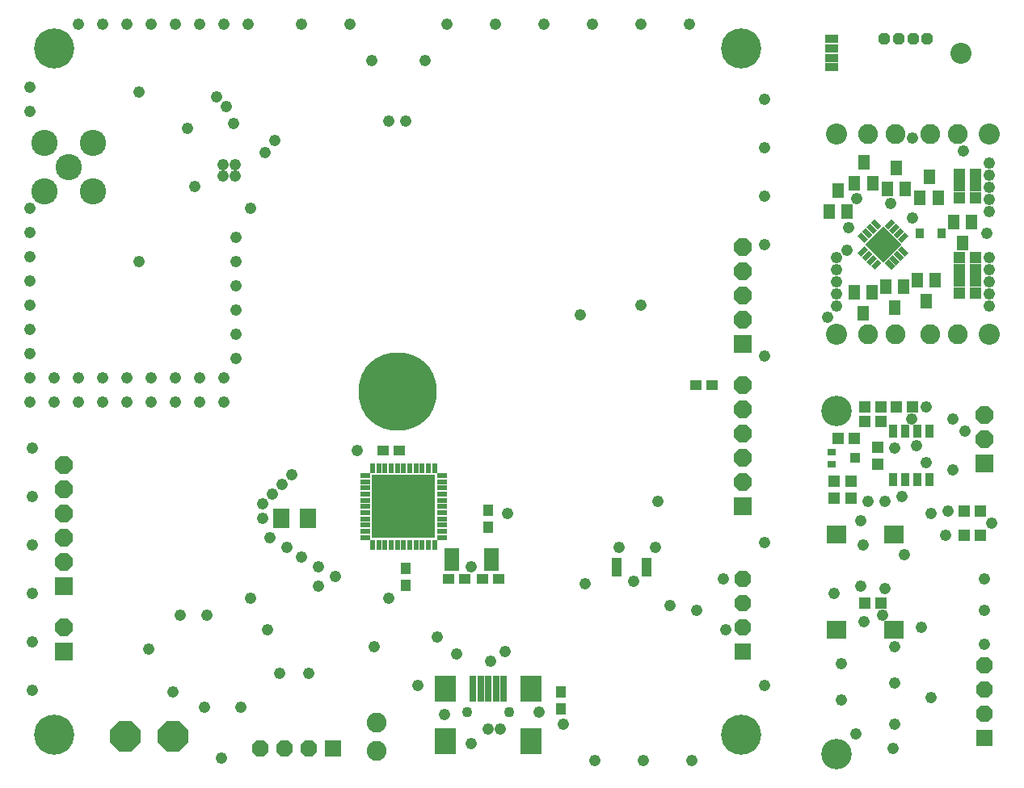
<source format=gbs>
G75*
G70*
%OFA0B0*%
%FSLAX24Y24*%
%IPPOS*%
%LPD*%
%AMOC8*
5,1,8,0,0,1.08239X$1,22.5*
%
%ADD10C,0.0867*%
%ADD11C,0.1261*%
%ADD12C,0.1655*%
%ADD13C,0.3230*%
%ADD14C,0.0820*%
%ADD15R,0.0395X0.0218*%
%ADD16R,0.1064X0.1064*%
%ADD17R,0.0474X0.0631*%
%ADD18R,0.0513X0.0474*%
%ADD19R,0.0328X0.0407*%
%ADD20C,0.0480*%
%ADD21R,0.0580X0.0340*%
%ADD22R,0.0789X0.0769*%
%ADD23R,0.0330X0.0580*%
%ADD24R,0.0474X0.0513*%
%ADD25R,0.0434X0.0434*%
%ADD26R,0.0356X0.0316*%
%ADD27R,0.0740X0.0740*%
%ADD28OC8,0.0740*%
%ADD29R,0.0674X0.0674*%
%ADD30OC8,0.0674*%
%ADD31R,0.0218X0.0395*%
%ADD32R,0.2639X0.2639*%
%ADD33R,0.0592X0.0946*%
%ADD34R,0.0474X0.0395*%
%ADD35R,0.0395X0.0474*%
%ADD36R,0.0710X0.0789*%
%ADD37R,0.0277X0.1064*%
%ADD38R,0.0867X0.1064*%
%ADD39C,0.0434*%
%ADD40OC8,0.1261*%
%ADD41R,0.0395X0.0198*%
%ADD42C,0.1080*%
%ADD43C,0.0476*%
%ADD44OC8,0.0476*%
D10*
X034008Y018260D03*
X040307Y018260D03*
X040307Y026528D03*
X039126Y029874D03*
X034008Y026528D03*
D11*
X034008Y015111D03*
X034008Y000937D03*
D12*
X001725Y001725D03*
X030071Y001725D03*
X030071Y030071D03*
X001725Y030071D03*
D13*
X015898Y015898D03*
D14*
X015050Y002220D03*
X015050Y001080D03*
X035300Y018260D03*
X036440Y018260D03*
X037875Y018260D03*
X039015Y018260D03*
X039015Y026528D03*
X037875Y026528D03*
X036440Y026528D03*
X035300Y026528D03*
D15*
G36*
X035581Y023018D02*
X035859Y022740D01*
X035705Y022586D01*
X035427Y022864D01*
X035581Y023018D01*
G37*
G36*
X035400Y022837D02*
X035678Y022559D01*
X035524Y022405D01*
X035246Y022683D01*
X035400Y022837D01*
G37*
G36*
X035219Y022656D02*
X035497Y022378D01*
X035343Y022224D01*
X035065Y022502D01*
X035219Y022656D01*
G37*
G36*
X035038Y022475D02*
X035316Y022197D01*
X035162Y022043D01*
X034884Y022321D01*
X035038Y022475D01*
G37*
G36*
X034884Y021626D02*
X035162Y021904D01*
X035316Y021750D01*
X035038Y021472D01*
X034884Y021626D01*
G37*
G36*
X035065Y021445D02*
X035343Y021723D01*
X035497Y021569D01*
X035219Y021291D01*
X035065Y021445D01*
G37*
G36*
X035246Y021264D02*
X035524Y021542D01*
X035678Y021388D01*
X035400Y021110D01*
X035246Y021264D01*
G37*
G36*
X035427Y021083D02*
X035705Y021361D01*
X035859Y021207D01*
X035581Y020929D01*
X035427Y021083D01*
G37*
G36*
X036151Y021361D02*
X036429Y021083D01*
X036275Y020929D01*
X035997Y021207D01*
X036151Y021361D01*
G37*
G36*
X036332Y021542D02*
X036610Y021264D01*
X036456Y021110D01*
X036178Y021388D01*
X036332Y021542D01*
G37*
G36*
X036513Y021723D02*
X036791Y021445D01*
X036637Y021291D01*
X036359Y021569D01*
X036513Y021723D01*
G37*
G36*
X036694Y021904D02*
X036972Y021626D01*
X036818Y021472D01*
X036540Y021750D01*
X036694Y021904D01*
G37*
G36*
X036540Y022197D02*
X036818Y022475D01*
X036972Y022321D01*
X036694Y022043D01*
X036540Y022197D01*
G37*
G36*
X036359Y022378D02*
X036637Y022656D01*
X036791Y022502D01*
X036513Y022224D01*
X036359Y022378D01*
G37*
G36*
X036178Y022559D02*
X036456Y022837D01*
X036610Y022683D01*
X036332Y022405D01*
X036178Y022559D01*
G37*
G36*
X035997Y022740D02*
X036275Y023018D01*
X036429Y022864D01*
X036151Y022586D01*
X035997Y022740D01*
G37*
X017725Y012430D03*
X017725Y012174D03*
X017725Y011918D03*
X017725Y011662D03*
X017725Y011406D03*
X017725Y011150D03*
X017725Y010894D03*
X017725Y010638D03*
X017725Y010382D03*
X017725Y010126D03*
X017725Y009870D03*
X014575Y009870D03*
X014575Y010126D03*
X014575Y010382D03*
X014575Y010638D03*
X014575Y010894D03*
X014575Y011150D03*
X014575Y011406D03*
X014575Y011662D03*
X014575Y011918D03*
X014575Y012174D03*
X014575Y012430D03*
D16*
G36*
X035176Y021974D02*
X035928Y022726D01*
X036680Y021974D01*
X035928Y021222D01*
X035176Y021974D01*
G37*
D17*
X034454Y023348D03*
X033706Y023348D03*
X034080Y024215D03*
X034756Y024501D03*
X035504Y024501D03*
X036106Y024251D03*
X036854Y024251D03*
X037456Y023900D03*
X038204Y023900D03*
X037830Y024767D03*
X036480Y025117D03*
X035130Y025367D03*
X038836Y022896D03*
X039584Y022896D03*
X039210Y022030D03*
X038084Y020496D03*
X037336Y020496D03*
X036784Y020246D03*
X036036Y020246D03*
X035484Y019997D03*
X034736Y019997D03*
X035110Y019131D03*
X036410Y019380D03*
X037710Y019630D03*
D18*
X039081Y019980D03*
X039081Y020461D03*
X039081Y020942D03*
X039081Y021423D03*
X039751Y021423D03*
X039751Y020942D03*
X039751Y020461D03*
X039751Y019980D03*
X039751Y023904D03*
X039751Y024385D03*
X039751Y024867D03*
X039081Y024867D03*
X039081Y024385D03*
X039081Y023904D03*
X037130Y015250D03*
X036460Y015250D03*
X035830Y015250D03*
X035830Y014650D03*
X035160Y014650D03*
X035160Y015250D03*
X034730Y013950D03*
X034060Y013950D03*
X039260Y010950D03*
X039930Y010950D03*
X039930Y009950D03*
X039260Y009950D03*
X035830Y007150D03*
X035160Y007150D03*
D19*
X037439Y022417D03*
X038344Y022417D03*
D20*
X040307Y023347D03*
X040307Y023847D03*
X040307Y024347D03*
X040307Y024847D03*
X040307Y025347D03*
X040307Y021441D03*
X040307Y020941D03*
X040307Y020441D03*
X040307Y019941D03*
X040307Y019441D03*
X034008Y019441D03*
X034008Y019941D03*
X034008Y020441D03*
X034008Y020941D03*
X034008Y021441D03*
D21*
X033811Y029284D03*
X033811Y029678D03*
X033811Y030071D03*
X033811Y030465D03*
D22*
X034008Y009993D03*
X036370Y009993D03*
X036370Y006056D03*
X034008Y006056D03*
D23*
X036345Y012250D03*
X036845Y012250D03*
X037345Y012250D03*
X037845Y012250D03*
X037845Y014250D03*
X037345Y014250D03*
X036845Y014250D03*
X036345Y014250D03*
D24*
X035695Y013585D03*
X035695Y012915D03*
X034595Y012185D03*
X034595Y011515D03*
X033895Y011515D03*
X033895Y012185D03*
D25*
X034767Y013150D03*
D26*
X033822Y012894D03*
X033822Y013406D03*
D27*
X030150Y011150D03*
X030150Y017850D03*
X040095Y012930D03*
X002150Y007850D03*
X002150Y005150D03*
D28*
X002150Y006150D03*
X002150Y008850D03*
X002150Y009850D03*
X002150Y010850D03*
X002150Y011850D03*
X002150Y012850D03*
X030150Y013150D03*
X030150Y012150D03*
X030150Y014150D03*
X030150Y015150D03*
X030150Y016150D03*
X030150Y018850D03*
X030150Y019850D03*
X030150Y020850D03*
X030150Y021850D03*
X040095Y014930D03*
X040095Y013930D03*
D29*
X030150Y005150D03*
X040095Y001603D03*
X013250Y001150D03*
D30*
X012250Y001150D03*
X011250Y001150D03*
X010250Y001150D03*
X030150Y006150D03*
X030150Y007150D03*
X030150Y008150D03*
X040095Y004603D03*
X040095Y003603D03*
X040095Y002603D03*
D31*
X017430Y009575D03*
X017174Y009575D03*
X016918Y009575D03*
X016662Y009575D03*
X016406Y009575D03*
X016150Y009575D03*
X015894Y009575D03*
X015638Y009575D03*
X015382Y009575D03*
X015126Y009575D03*
X014870Y009575D03*
X014870Y012725D03*
X015126Y012725D03*
X015382Y012725D03*
X015638Y012725D03*
X015894Y012725D03*
X016150Y012725D03*
X016406Y012725D03*
X016662Y012725D03*
X016918Y012725D03*
X017174Y012725D03*
X017430Y012725D03*
D32*
X016150Y011150D03*
D33*
X018123Y008950D03*
X019777Y008950D03*
D34*
X020085Y008150D03*
X019415Y008150D03*
X018685Y008150D03*
X018015Y008150D03*
X015985Y013450D03*
X015315Y013450D03*
X028215Y016150D03*
X028885Y016150D03*
D35*
X019650Y010985D03*
X019650Y010315D03*
X016250Y008585D03*
X016250Y007915D03*
X022650Y003485D03*
X022650Y002815D03*
D36*
X012201Y010650D03*
X011099Y010650D03*
D37*
X019020Y003634D03*
X019335Y003634D03*
X019650Y003634D03*
X019965Y003634D03*
X020280Y003634D03*
D38*
X021422Y003634D03*
X021422Y001469D03*
X017878Y001469D03*
X017878Y003634D03*
D39*
X018784Y002650D03*
X020516Y002650D03*
D40*
X006634Y001650D03*
X004666Y001650D03*
D41*
X024940Y008355D03*
X024940Y008552D03*
X024940Y008748D03*
X024940Y008945D03*
X026160Y008945D03*
X026160Y008748D03*
X026160Y008552D03*
X026160Y008355D03*
D42*
X003350Y024150D03*
X002350Y025150D03*
X001350Y026150D03*
X003350Y026150D03*
X001350Y024150D03*
D43*
X000750Y023450D03*
X000750Y022450D03*
X000750Y021450D03*
X000750Y020450D03*
X000750Y019450D03*
X000750Y018450D03*
X000750Y017450D03*
X000750Y016450D03*
X000750Y015450D03*
X001750Y015450D03*
X002750Y015450D03*
X002750Y016450D03*
X001750Y016450D03*
X003750Y016450D03*
X004750Y016450D03*
X005750Y016450D03*
X005750Y015450D03*
X004750Y015450D03*
X003750Y015450D03*
X006750Y015450D03*
X007750Y015450D03*
X007750Y016450D03*
X006750Y016450D03*
X008750Y016450D03*
X009250Y017250D03*
X009250Y018250D03*
X009250Y019250D03*
X009250Y020250D03*
X009250Y021250D03*
X009250Y022250D03*
X009850Y023450D03*
X009207Y024806D03*
X009207Y025278D03*
X008696Y025278D03*
X008696Y024806D03*
X007550Y024350D03*
X010450Y025750D03*
X010850Y026250D03*
X009150Y026950D03*
X008850Y027650D03*
X008450Y028050D03*
X007250Y026750D03*
X005250Y028250D03*
X004750Y031050D03*
X003750Y031050D03*
X002750Y031050D03*
X005750Y031050D03*
X006750Y031050D03*
X007750Y031050D03*
X008750Y031050D03*
X009750Y031050D03*
X011950Y031050D03*
X013950Y031050D03*
X014850Y029550D03*
X017050Y029550D03*
X017950Y031050D03*
X019950Y031050D03*
X021950Y031050D03*
X023950Y031050D03*
X025950Y031050D03*
X027950Y031050D03*
X031050Y027950D03*
X031050Y025950D03*
X031050Y023950D03*
X031050Y021950D03*
X034445Y021723D03*
X034495Y022673D03*
X034845Y023873D03*
X036245Y023673D03*
X037145Y023073D03*
X040195Y022423D03*
X039245Y025823D03*
X037145Y026373D03*
X033645Y018973D03*
X031050Y017350D03*
X025950Y019450D03*
X023450Y019050D03*
X017050Y012050D03*
X016150Y011150D03*
X015250Y010350D03*
X015250Y012050D03*
X014250Y013450D03*
X011550Y012450D03*
X011150Y012050D03*
X010750Y011650D03*
X010350Y011250D03*
X010350Y010650D03*
X010650Y009850D03*
X011350Y009450D03*
X011950Y009050D03*
X012650Y008650D03*
X013350Y008250D03*
X012650Y007850D03*
X010550Y006050D03*
X009850Y007350D03*
X008050Y006650D03*
X006950Y006650D03*
X005650Y005250D03*
X006634Y003505D03*
X007950Y002850D03*
X009450Y002850D03*
X011050Y004250D03*
X012250Y004250D03*
X014950Y005350D03*
X016750Y003750D03*
X017850Y002550D03*
X018950Y001350D03*
X019650Y001950D03*
X020150Y001950D03*
X021750Y002650D03*
X022750Y002150D03*
X024050Y000650D03*
X026050Y000650D03*
X028050Y000650D03*
X031050Y003750D03*
X034195Y003150D03*
X034795Y001750D03*
X036345Y001150D03*
X036395Y002150D03*
X037895Y003250D03*
X036395Y003850D03*
X036395Y005350D03*
X037495Y006150D03*
X035895Y006650D03*
X035156Y006391D03*
X034995Y007850D03*
X035995Y007750D03*
X036795Y009150D03*
X035095Y009550D03*
X034995Y010550D03*
X035295Y011350D03*
X035995Y011350D03*
X036695Y011550D03*
X037895Y010850D03*
X038595Y010950D03*
X038495Y009950D03*
X040395Y010450D03*
X040095Y008150D03*
X040095Y006850D03*
X040095Y005450D03*
X034195Y004650D03*
X033895Y007550D03*
X031050Y009650D03*
X029350Y008150D03*
X028250Y006850D03*
X027150Y007050D03*
X025650Y008050D03*
X025050Y009450D03*
X026550Y009450D03*
X026650Y011350D03*
X023650Y007950D03*
X020450Y010850D03*
X018950Y008650D03*
X017050Y010350D03*
X015535Y007351D03*
X017550Y005750D03*
X018350Y005050D03*
X019750Y004750D03*
X020350Y005150D03*
X029450Y006050D03*
X037695Y012950D03*
X037295Y013650D03*
X036395Y013550D03*
X037095Y014750D03*
X037695Y015250D03*
X038795Y014750D03*
X039295Y014250D03*
X038795Y012650D03*
X016250Y027050D03*
X015550Y027050D03*
X005250Y021250D03*
X008750Y015450D03*
X000850Y013550D03*
X000850Y011550D03*
X000850Y009550D03*
X000850Y007550D03*
X000850Y005550D03*
X000850Y003550D03*
X008650Y000750D03*
X000750Y027450D03*
X000750Y028450D03*
D44*
X035977Y030465D03*
X036567Y030465D03*
X037158Y030465D03*
X037748Y030465D03*
M02*

</source>
